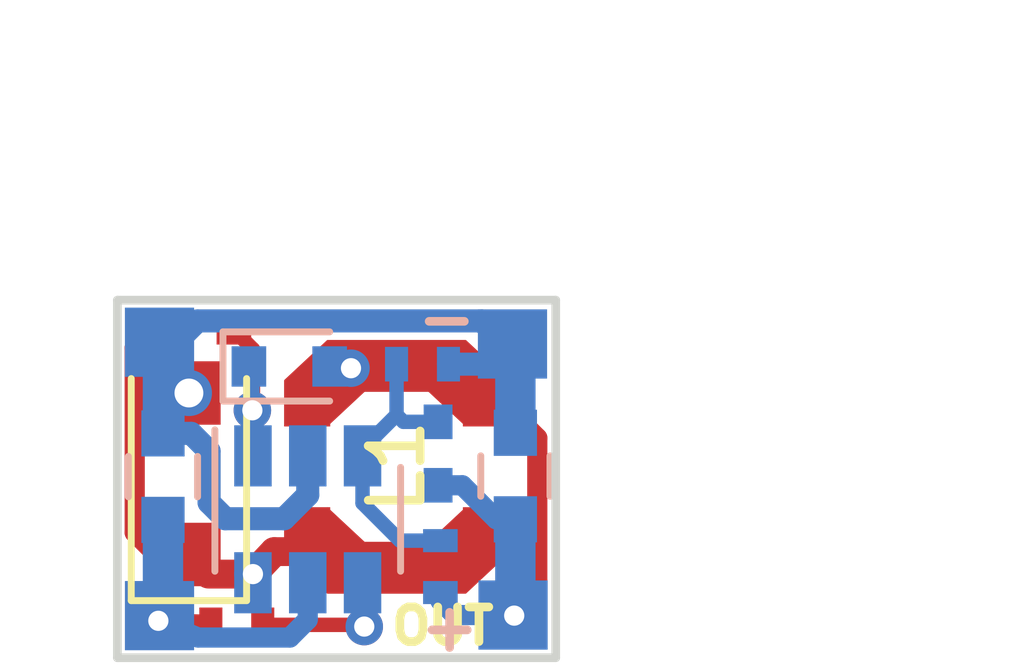
<source format=kicad_pcb>
(kicad_pcb (version 4) (host pcbnew 4.0.7)

  (general
    (links 31)
    (no_connects 0)
    (area 152.124999 102.524999 159.875001 108.875001)
    (thickness 0.8)
    (drawings 9)
    (tracks 94)
    (zones 0)
    (modules 15)
    (nets 8)
  )

  (page A4)
  (layers
    (0 F.Cu signal)
    (31 B.Cu signal)
    (32 B.Adhes user)
    (33 F.Adhes user)
    (34 B.Paste user)
    (35 F.Paste user)
    (36 B.SilkS user)
    (37 F.SilkS user)
    (38 B.Mask user)
    (39 F.Mask user)
    (40 Dwgs.User user)
    (41 Cmts.User user)
    (42 Eco1.User user)
    (43 Eco2.User user)
    (44 Edge.Cuts user)
    (45 Margin user)
    (46 B.CrtYd user)
    (47 F.CrtYd user)
    (48 B.Fab user)
    (49 F.Fab user hide)
  )

  (setup
    (last_trace_width 0.25)
    (user_trace_width 0.5)
    (user_trace_width 0.7)
    (trace_clearance 0.2)
    (zone_clearance 0.508)
    (zone_45_only no)
    (trace_min 0.25)
    (segment_width 0.2)
    (edge_width 0.15)
    (via_size 0.65)
    (via_drill 0.35)
    (via_min_size 0.4)
    (via_min_drill 0.3)
    (uvia_size 0.3)
    (uvia_drill 0.1)
    (uvias_allowed no)
    (uvia_min_size 0.2)
    (uvia_min_drill 0.1)
    (pcb_text_width 0.3)
    (pcb_text_size 1.5 1.5)
    (mod_edge_width 0.15)
    (mod_text_size 1 1)
    (mod_text_width 0.15)
    (pad_size 1.524 1.524)
    (pad_drill 0.762)
    (pad_to_mask_clearance 0.07)
    (aux_axis_origin 0 0)
    (visible_elements 7FFFFF7F)
    (pcbplotparams
      (layerselection 0x00030_80000001)
      (usegerberextensions false)
      (excludeedgelayer true)
      (linewidth 0.100000)
      (plotframeref false)
      (viasonmask false)
      (mode 1)
      (useauxorigin false)
      (hpglpennumber 1)
      (hpglpenspeed 20)
      (hpglpendiameter 15)
      (hpglpenoverlay 2)
      (psnegative false)
      (psa4output false)
      (plotreference true)
      (plotvalue true)
      (plotinvisibletext false)
      (padsonsilk false)
      (subtractmaskfromsilk false)
      (outputformat 1)
      (mirror false)
      (drillshape 1)
      (scaleselection 1)
      (outputdirectory ""))
  )

  (net 0 "")
  (net 1 GND)
  (net 2 "Net-(C2-Pad1)")
  (net 3 "Net-(C2-Pad2)")
  (net 4 "Net-(C3-Pad2)")
  (net 5 "Net-(R1-Pad2)")
  (net 6 /VIN)
  (net 7 /VOUT)

  (net_class Default "This is the default net class."
    (clearance 0.2)
    (trace_width 0.25)
    (via_dia 0.65)
    (via_drill 0.35)
    (uvia_dia 0.3)
    (uvia_drill 0.1)
    (add_net "Net-(C2-Pad1)")
    (add_net "Net-(C3-Pad2)")
    (add_net "Net-(R1-Pad2)")
  )

  (net_class GND ""
    (clearance 0.2)
    (trace_width 0.4)
    (via_dia 0.8)
    (via_drill 0.5)
    (uvia_dia 0.3)
    (uvia_drill 0.1)
    (add_net GND)
  )

  (net_class VIN ""
    (clearance 0.2)
    (trace_width 0.35)
    (via_dia 0.65)
    (via_drill 0.35)
    (uvia_dia 0.3)
    (uvia_drill 0.1)
    (add_net /VIN)
    (add_net /VOUT)
    (add_net "Net-(C2-Pad2)")
  )

  (module KiCadCustomLibs:Inductor-LPS4012 (layer F.Cu) (tedit 5AAFCCA2) (tstamp 5AABE88C)
    (at 157.04 105.49 90)
    (path /5AABE31B)
    (fp_text reference L1 (at 0 0 90) (layer F.SilkS)
      (effects (font (size 0.9 0.9) (thickness 0.15)))
    )
    (fp_text value L (at 0.2 -3 90) (layer F.Fab) hide
      (effects (font (size 1 1) (thickness 0.15)))
    )
    (pad 1 smd rect (at -1.45 1.2 43) (size 1.02 1.1) (layers F.Cu F.Paste F.Mask)
      (net 3 "Net-(C2-Pad2)"))
    (pad 2 smd rect (at 1.45 -1.2 43) (size 1.02 1.1) (layers F.Cu F.Paste F.Mask)
      (net 7 /VOUT))
    (pad 1 smd rect (at -1.45 -1.2 137) (size 1.02 1.1) (layers F.Cu F.Paste F.Mask)
      (net 3 "Net-(C2-Pad2)"))
    (pad 2 smd rect (at 1.45 1.2 137) (size 1.02 1.1) (layers F.Cu F.Paste F.Mask)
      (net 7 /VOUT))
    (pad 2 smd rect (at 1.1 1.55 90) (size 0.8 0.8) (layers F.Cu F.Paste F.Mask)
      (net 7 /VOUT))
    (pad 2 smd rect (at 1.75 0 90) (size 0.9 2.4) (layers F.Cu F.Paste F.Mask)
      (net 7 /VOUT))
    (pad 1 smd rect (at -1.75 0 90) (size 0.9 2.4) (layers F.Cu F.Paste F.Mask)
      (net 3 "Net-(C2-Pad2)"))
    (pad 1 smd rect (at -1.1 -1.55 90) (size 0.8 0.8) (layers F.Cu F.Paste F.Mask)
      (net 3 "Net-(C2-Pad2)"))
    (pad 2 smd rect (at 1.1 -1.55 90) (size 0.8 0.8) (layers F.Cu F.Paste F.Mask)
      (net 7 /VOUT))
    (pad 1 smd rect (at -1.1 1.55 90) (size 0.8 0.8) (layers F.Cu F.Paste F.Mask)
      (net 3 "Net-(C2-Pad2)"))
  )

  (module Diodes_SMD:D_SOD-523 (layer B.Cu) (tedit 5AAF9450) (tstamp 5AABE87E)
    (at 155.18 103.75)
    (descr "http://www.diodes.com/datasheets/ap02001.pdf p.144")
    (tags "Diode SOD523")
    (path /5AABE518)
    (attr smd)
    (fp_text reference D1 (at 0 1.3) (layer B.SilkS) hide
      (effects (font (size 1 1) (thickness 0.15)) (justify mirror))
    )
    (fp_text value 1N4148 (at 0 -1.4) (layer B.Fab) hide
      (effects (font (size 1 1) (thickness 0.15)) (justify mirror))
    )
    (fp_text user %R (at 0 1.3) (layer B.Fab) hide
      (effects (font (size 1 1) (thickness 0.15)) (justify mirror))
    )
    (fp_line (start -1.15 0.6) (end -1.15 -0.6) (layer B.SilkS) (width 0.12))
    (fp_line (start 1.25 0.7) (end 1.25 -0.7) (layer B.CrtYd) (width 0.05))
    (fp_line (start -1.25 0.7) (end 1.25 0.7) (layer B.CrtYd) (width 0.05))
    (fp_line (start -1.25 -0.7) (end -1.25 0.7) (layer B.CrtYd) (width 0.05))
    (fp_line (start 1.25 -0.7) (end -1.25 -0.7) (layer B.CrtYd) (width 0.05))
    (fp_line (start 0.1 0) (end 0.25 0) (layer B.Fab) (width 0.1))
    (fp_line (start 0.1 0.2) (end -0.2 0) (layer B.Fab) (width 0.1))
    (fp_line (start 0.1 -0.2) (end 0.1 0.2) (layer B.Fab) (width 0.1))
    (fp_line (start -0.2 0) (end 0.1 -0.2) (layer B.Fab) (width 0.1))
    (fp_line (start -0.2 0) (end -0.35 0) (layer B.Fab) (width 0.1))
    (fp_line (start -0.2 -0.2) (end -0.2 0.2) (layer B.Fab) (width 0.1))
    (fp_line (start 0.65 0.45) (end 0.65 -0.45) (layer B.Fab) (width 0.1))
    (fp_line (start -0.65 0.45) (end 0.65 0.45) (layer B.Fab) (width 0.1))
    (fp_line (start -0.65 -0.45) (end -0.65 0.45) (layer B.Fab) (width 0.1))
    (fp_line (start 0.65 -0.45) (end -0.65 -0.45) (layer B.Fab) (width 0.1))
    (fp_line (start 0.7 0.6) (end -1.15 0.6) (layer B.SilkS) (width 0.12))
    (fp_line (start 0.7 -0.6) (end -1.15 -0.6) (layer B.SilkS) (width 0.12))
    (pad 2 smd rect (at 0.7 0 180) (size 0.6 0.7) (layers B.Cu B.Paste B.Mask)
      (net 7 /VOUT))
    (pad 1 smd rect (at -0.7 0 180) (size 0.6 0.7) (layers B.Cu B.Paste B.Mask)
      (net 2 "Net-(C2-Pad1)"))
    (model ${KISYS3DMOD}/Diodes_SMD.3dshapes/D_SOD-523.wrl
      (at (xyz 0 0 0))
      (scale (xyz 1 1 1))
      (rotate (xyz 0 0 0))
    )
  )

  (module TO_SOT_Packages_SMD:SOT-23-6 (layer B.Cu) (tedit 5AABE326) (tstamp 5AABE8A2)
    (at 155.5 106.4 270)
    (descr "6-pin SOT-23 package")
    (tags SOT-23-6)
    (path /5AABE264)
    (attr smd)
    (fp_text reference U1 (at 0 2.9 270) (layer B.SilkS) hide
      (effects (font (size 1 1) (thickness 0.15)) (justify mirror))
    )
    (fp_text value LM2734 (at 0 -2.9 270) (layer B.Fab) hide
      (effects (font (size 1 1) (thickness 0.15)) (justify mirror))
    )
    (fp_text user %R (at 0 0 540) (layer B.Fab)
      (effects (font (size 0.5 0.5) (thickness 0.075)) (justify mirror))
    )
    (fp_line (start -0.9 -1.61) (end 0.9 -1.61) (layer B.SilkS) (width 0.12))
    (fp_line (start 0.9 1.61) (end -1.55 1.61) (layer B.SilkS) (width 0.12))
    (fp_line (start 1.9 1.8) (end -1.9 1.8) (layer B.CrtYd) (width 0.05))
    (fp_line (start 1.9 -1.8) (end 1.9 1.8) (layer B.CrtYd) (width 0.05))
    (fp_line (start -1.9 -1.8) (end 1.9 -1.8) (layer B.CrtYd) (width 0.05))
    (fp_line (start -1.9 1.8) (end -1.9 -1.8) (layer B.CrtYd) (width 0.05))
    (fp_line (start -0.9 0.9) (end -0.25 1.55) (layer B.Fab) (width 0.1))
    (fp_line (start 0.9 1.55) (end -0.25 1.55) (layer B.Fab) (width 0.1))
    (fp_line (start -0.9 0.9) (end -0.9 -1.55) (layer B.Fab) (width 0.1))
    (fp_line (start 0.9 -1.55) (end -0.9 -1.55) (layer B.Fab) (width 0.1))
    (fp_line (start 0.9 1.55) (end 0.9 -1.55) (layer B.Fab) (width 0.1))
    (pad 1 smd rect (at -1.1 0.95 270) (size 1.06 0.65) (layers B.Cu B.Paste B.Mask)
      (net 2 "Net-(C2-Pad1)"))
    (pad 2 smd rect (at -1.1 0 270) (size 1.06 0.65) (layers B.Cu B.Paste B.Mask)
      (net 1 GND))
    (pad 3 smd rect (at -1.1 -0.95 270) (size 1.06 0.65) (layers B.Cu B.Paste B.Mask)
      (net 4 "Net-(C3-Pad2)"))
    (pad 4 smd rect (at 1.1 -0.95 270) (size 1.06 0.65) (layers B.Cu B.Paste B.Mask)
      (net 5 "Net-(R1-Pad2)"))
    (pad 6 smd rect (at 1.1 0.95 270) (size 1.06 0.65) (layers B.Cu B.Paste B.Mask)
      (net 3 "Net-(C2-Pad2)"))
    (pad 5 smd rect (at 1.1 0 270) (size 1.06 0.65) (layers B.Cu B.Paste B.Mask)
      (net 6 /VIN))
    (model ${KISYS3DMOD}/TO_SOT_Packages_SMD.3dshapes/SOT-23-6.wrl
      (at (xyz 0 0 0))
      (scale (xyz 1 1 1))
      (rotate (xyz 0 0 0))
    )
  )

  (module Diodes_SMD:D_SOD-123F (layer F.Cu) (tedit 5AAFD18A) (tstamp 5AABE9A3)
    (at 153.44 105.61 90)
    (descr D_SOD-123F)
    (tags D_SOD-123F)
    (path /5AABE682)
    (attr smd)
    (fp_text reference D2 (at -0.1 0 180) (layer F.SilkS) hide
      (effects (font (size 0.9 0.9) (thickness 0.15)))
    )
    (fp_text value MBR230LSFT1G (at 0 2.1 90) (layer F.Fab) hide
      (effects (font (size 1 1) (thickness 0.15)))
    )
    (fp_text user %R (at -0.127 -1.905 90) (layer F.Fab) hide
      (effects (font (size 1 1) (thickness 0.15)))
    )
    (fp_line (start -2.2 -1) (end -2.2 1) (layer F.SilkS) (width 0.12))
    (fp_line (start 0.25 0) (end 0.75 0) (layer F.Fab) (width 0.1))
    (fp_line (start 0.25 0.4) (end -0.35 0) (layer F.Fab) (width 0.1))
    (fp_line (start 0.25 -0.4) (end 0.25 0.4) (layer F.Fab) (width 0.1))
    (fp_line (start -0.35 0) (end 0.25 -0.4) (layer F.Fab) (width 0.1))
    (fp_line (start -0.35 0) (end -0.35 0.55) (layer F.Fab) (width 0.1))
    (fp_line (start -0.35 0) (end -0.35 -0.55) (layer F.Fab) (width 0.1))
    (fp_line (start -0.75 0) (end -0.35 0) (layer F.Fab) (width 0.1))
    (fp_line (start -1.4 0.9) (end -1.4 -0.9) (layer F.Fab) (width 0.1))
    (fp_line (start 1.4 0.9) (end -1.4 0.9) (layer F.Fab) (width 0.1))
    (fp_line (start 1.4 -0.9) (end 1.4 0.9) (layer F.Fab) (width 0.1))
    (fp_line (start -1.4 -0.9) (end 1.4 -0.9) (layer F.Fab) (width 0.1))
    (fp_line (start -2.2 -1.15) (end 2.2 -1.15) (layer F.CrtYd) (width 0.05))
    (fp_line (start 2.2 -1.15) (end 2.2 1.15) (layer F.CrtYd) (width 0.05))
    (fp_line (start 2.2 1.15) (end -2.2 1.15) (layer F.CrtYd) (width 0.05))
    (fp_line (start -2.2 -1.15) (end -2.2 1.15) (layer F.CrtYd) (width 0.05))
    (fp_line (start -2.2 1) (end 1.65 1) (layer F.SilkS) (width 0.12))
    (fp_line (start -2.2 -1) (end 1.65 -1) (layer F.SilkS) (width 0.12))
    (pad 1 smd rect (at -1.4 0 90) (size 1.1 1.1) (layers F.Cu F.Paste F.Mask)
      (net 3 "Net-(C2-Pad2)"))
    (pad 2 smd rect (at 1.4 0 90) (size 1.1 1.1) (layers F.Cu F.Paste F.Mask)
      (net 1 GND))
    (model ${KISYS3DMOD}/Diodes_SMD.3dshapes/D_SOD-123F.wrl
      (at (xyz 0 0 0))
      (scale (xyz 1 1 1))
      (rotate (xyz 0 0 0))
    )
  )

  (module Capacitors_SMD:C_0603 (layer B.Cu) (tedit 5AAFD19B) (tstamp 5AAF90A7)
    (at 152.99 105.66 90)
    (descr "Capacitor SMD 0603, reflow soldering, AVX (see smccp.pdf)")
    (tags "capacitor 0603")
    (path /5AAF9338)
    (attr smd)
    (fp_text reference C1 (at 0 0.1 180) (layer B.SilkS) hide
      (effects (font (size 0.5 0.5) (thickness 0.125)) (justify mirror))
    )
    (fp_text value 10uf (at 0 -1.5 90) (layer B.Fab) hide
      (effects (font (size 1 1) (thickness 0.15)) (justify mirror))
    )
    (fp_line (start 1.4 -0.65) (end -1.4 -0.65) (layer B.CrtYd) (width 0.05))
    (fp_line (start 1.4 -0.65) (end 1.4 0.65) (layer B.CrtYd) (width 0.05))
    (fp_line (start -1.4 0.65) (end -1.4 -0.65) (layer B.CrtYd) (width 0.05))
    (fp_line (start -1.4 0.65) (end 1.4 0.65) (layer B.CrtYd) (width 0.05))
    (fp_line (start 0.35 -0.6) (end -0.35 -0.6) (layer B.SilkS) (width 0.12))
    (fp_line (start -0.35 0.6) (end 0.35 0.6) (layer B.SilkS) (width 0.12))
    (fp_line (start -0.8 0.4) (end 0.8 0.4) (layer B.Fab) (width 0.1))
    (fp_line (start 0.8 0.4) (end 0.8 -0.4) (layer B.Fab) (width 0.1))
    (fp_line (start 0.8 -0.4) (end -0.8 -0.4) (layer B.Fab) (width 0.1))
    (fp_line (start -0.8 -0.4) (end -0.8 0.4) (layer B.Fab) (width 0.1))
    (fp_text user %R (at 0 0 90) (layer B.Fab)
      (effects (font (size 0.3 0.3) (thickness 0.075)) (justify mirror))
    )
    (pad 2 smd rect (at 0.75 0 90) (size 0.8 0.75) (layers B.Cu B.Paste B.Mask)
      (net 1 GND))
    (pad 1 smd rect (at -0.75 0 90) (size 0.8 0.75) (layers B.Cu B.Paste B.Mask)
      (net 6 /VIN))
    (model Capacitors_SMD.3dshapes/C_0603.wrl
      (at (xyz 0 0 0))
      (scale (xyz 1 1 1))
      (rotate (xyz 0 0 0))
    )
  )

  (module Capacitors_SMD:C_0402_NoSilk (layer F.Cu) (tedit 5AAFCD65) (tstamp 5AAF90B6)
    (at 153.67 103.12 180)
    (descr "Capacitor SMD 0402, reflow soldering, AVX (see smccp.pdf)")
    (tags "capacitor 0402")
    (path /5AAF8AB1)
    (attr smd)
    (fp_text reference C2 (at 0 -1.27 180) (layer F.SilkS) hide
      (effects (font (size 1 1) (thickness 0.15)))
    )
    (fp_text value 10n (at 0 1.27 180) (layer F.Fab) hide
      (effects (font (size 1 1) (thickness 0.15)))
    )
    (fp_text user %R (at 0 -1.27 180) (layer F.Fab) hide
      (effects (font (size 1 1) (thickness 0.15)))
    )
    (fp_line (start -0.5 0.25) (end -0.5 -0.25) (layer F.Fab) (width 0.1))
    (fp_line (start 0.5 0.25) (end -0.5 0.25) (layer F.Fab) (width 0.1))
    (fp_line (start 0.5 -0.25) (end 0.5 0.25) (layer F.Fab) (width 0.1))
    (fp_line (start -0.5 -0.25) (end 0.5 -0.25) (layer F.Fab) (width 0.1))
    (fp_line (start -1 -0.4) (end 1 -0.4) (layer F.CrtYd) (width 0.05))
    (fp_line (start -1 -0.4) (end -1 0.4) (layer F.CrtYd) (width 0.05))
    (fp_line (start 1 0.4) (end 1 -0.4) (layer F.CrtYd) (width 0.05))
    (fp_line (start 1 0.4) (end -1 0.4) (layer F.CrtYd) (width 0.05))
    (pad 1 smd rect (at -0.55 0 180) (size 0.6 0.5) (layers F.Cu F.Paste F.Mask)
      (net 2 "Net-(C2-Pad1)"))
    (pad 2 smd rect (at 0.55 0 180) (size 0.6 0.5) (layers F.Cu F.Paste F.Mask)
      (net 3 "Net-(C2-Pad2)"))
    (model Capacitors_SMD.3dshapes/C_0402.wrl
      (at (xyz 0 0 0))
      (scale (xyz 1 1 1))
      (rotate (xyz 0 0 0))
    )
  )

  (module Capacitors_SMD:C_0402_NoSilk (layer B.Cu) (tedit 5AAF942C) (tstamp 5AAF90C5)
    (at 157.76 105.26 90)
    (descr "Capacitor SMD 0402, reflow soldering, AVX (see smccp.pdf)")
    (tags "capacitor 0402")
    (path /5AAF9136)
    (attr smd)
    (fp_text reference C3 (at 0 1.27 90) (layer B.SilkS) hide
      (effects (font (size 1 1) (thickness 0.15)) (justify mirror))
    )
    (fp_text value 1n (at 0 -1.27 90) (layer B.Fab) hide
      (effects (font (size 1 1) (thickness 0.15)) (justify mirror))
    )
    (fp_text user %R (at 0 1.27 90) (layer B.Fab) hide
      (effects (font (size 1 1) (thickness 0.15)) (justify mirror))
    )
    (fp_line (start -0.5 -0.25) (end -0.5 0.25) (layer B.Fab) (width 0.1))
    (fp_line (start 0.5 -0.25) (end -0.5 -0.25) (layer B.Fab) (width 0.1))
    (fp_line (start 0.5 0.25) (end 0.5 -0.25) (layer B.Fab) (width 0.1))
    (fp_line (start -0.5 0.25) (end 0.5 0.25) (layer B.Fab) (width 0.1))
    (fp_line (start -1 0.4) (end 1 0.4) (layer B.CrtYd) (width 0.05))
    (fp_line (start -1 0.4) (end -1 -0.4) (layer B.CrtYd) (width 0.05))
    (fp_line (start 1 -0.4) (end 1 0.4) (layer B.CrtYd) (width 0.05))
    (fp_line (start 1 -0.4) (end -1 -0.4) (layer B.CrtYd) (width 0.05))
    (pad 1 smd rect (at -0.55 0 90) (size 0.6 0.5) (layers B.Cu B.Paste B.Mask)
      (net 7 /VOUT))
    (pad 2 smd rect (at 0.55 0 90) (size 0.6 0.5) (layers B.Cu B.Paste B.Mask)
      (net 4 "Net-(C3-Pad2)"))
    (model Capacitors_SMD.3dshapes/C_0402.wrl
      (at (xyz 0 0 0))
      (scale (xyz 1 1 1))
      (rotate (xyz 0 0 0))
    )
  )

  (module Capacitors_SMD:C_0603 (layer B.Cu) (tedit 5AAF9320) (tstamp 5AAF90D6)
    (at 159.1 105.65 90)
    (descr "Capacitor SMD 0603, reflow soldering, AVX (see smccp.pdf)")
    (tags "capacitor 0603")
    (path /5AAF93D5)
    (attr smd)
    (fp_text reference C4 (at 0 1.5 90) (layer B.SilkS) hide
      (effects (font (size 1 1) (thickness 0.15)) (justify mirror))
    )
    (fp_text value 22uf (at 0 -1.5 90) (layer B.Fab) hide
      (effects (font (size 1 1) (thickness 0.15)) (justify mirror))
    )
    (fp_line (start 1.4 -0.65) (end -1.4 -0.65) (layer B.CrtYd) (width 0.05))
    (fp_line (start 1.4 -0.65) (end 1.4 0.65) (layer B.CrtYd) (width 0.05))
    (fp_line (start -1.4 0.65) (end -1.4 -0.65) (layer B.CrtYd) (width 0.05))
    (fp_line (start -1.4 0.65) (end 1.4 0.65) (layer B.CrtYd) (width 0.05))
    (fp_line (start 0.35 -0.6) (end -0.35 -0.6) (layer B.SilkS) (width 0.12))
    (fp_line (start -0.35 0.6) (end 0.35 0.6) (layer B.SilkS) (width 0.12))
    (fp_line (start -0.8 0.4) (end 0.8 0.4) (layer B.Fab) (width 0.1))
    (fp_line (start 0.8 0.4) (end 0.8 -0.4) (layer B.Fab) (width 0.1))
    (fp_line (start 0.8 -0.4) (end -0.8 -0.4) (layer B.Fab) (width 0.1))
    (fp_line (start -0.8 -0.4) (end -0.8 0.4) (layer B.Fab) (width 0.1))
    (fp_text user %R (at 0 0 90) (layer B.Fab)
      (effects (font (size 0.3 0.3) (thickness 0.075)) (justify mirror))
    )
    (pad 2 smd rect (at 0.75 0 90) (size 0.8 0.75) (layers B.Cu B.Paste B.Mask)
      (net 1 GND))
    (pad 1 smd rect (at -0.75 0 90) (size 0.8 0.75) (layers B.Cu B.Paste B.Mask)
      (net 7 /VOUT))
    (model Capacitors_SMD.3dshapes/C_0603.wrl
      (at (xyz 0 0 0))
      (scale (xyz 1 1 1))
      (rotate (xyz 0 0 0))
    )
  )

  (module KiCadCustomLibs:ESC_PWR_PAD (layer B.Cu) (tedit 59AD59DE) (tstamp 5AAF90DB)
    (at 152.93 108.07)
    (path /5AAF9B23)
    (fp_text reference J1 (at 0 -1.6) (layer B.SilkS) hide
      (effects (font (size 1 1) (thickness 0.15)) (justify mirror))
    )
    (fp_text value V_IN (at -0.1 1.6) (layer B.Fab) hide
      (effects (font (size 1 1) (thickness 0.15)) (justify mirror))
    )
    (pad 1 smd rect (at 0 0) (size 1.2 1.2) (layers B.Cu B.Paste B.Mask)
      (net 6 /VIN))
  )

  (module KiCadCustomLibs:ESC_PWR_PAD (layer B.Cu) (tedit 59AD59DE) (tstamp 5AAF90E0)
    (at 152.93 103.33)
    (path /5AAF9980)
    (fp_text reference J2 (at 0 -1.6) (layer B.SilkS) hide
      (effects (font (size 1 1) (thickness 0.15)) (justify mirror))
    )
    (fp_text value GND_IN (at -0.1 1.6) (layer B.Fab) hide
      (effects (font (size 1 1) (thickness 0.15)) (justify mirror))
    )
    (pad 1 smd rect (at 0 0) (size 1.2 1.2) (layers B.Cu B.Paste B.Mask)
      (net 1 GND))
  )

  (module KiCadCustomLibs:ESC_PWR_PAD (layer B.Cu) (tedit 59AD59DE) (tstamp 5AAF90E5)
    (at 159.06 108.06)
    (path /5AAF9745)
    (fp_text reference J3 (at 0 -1.6) (layer B.SilkS) hide
      (effects (font (size 1 1) (thickness 0.15)) (justify mirror))
    )
    (fp_text value V_OUT (at -0.1 1.6) (layer B.Fab) hide
      (effects (font (size 1 1) (thickness 0.15)) (justify mirror))
    )
    (pad 1 smd rect (at 0 0) (size 1.2 1.2) (layers B.Cu B.Paste B.Mask)
      (net 7 /VOUT))
  )

  (module KiCadCustomLibs:ESC_PWR_PAD (layer B.Cu) (tedit 59AD59DE) (tstamp 5AAF90EA)
    (at 159.05 103.36)
    (path /5AAF97FD)
    (fp_text reference J4 (at 0 -1.6) (layer B.SilkS) hide
      (effects (font (size 1 1) (thickness 0.15)) (justify mirror))
    )
    (fp_text value GND_OUT (at -0.1 1.6) (layer B.Fab) hide
      (effects (font (size 1 1) (thickness 0.15)) (justify mirror))
    )
    (pad 1 smd rect (at 0 0) (size 1.2 1.2) (layers B.Cu B.Paste B.Mask)
      (net 1 GND))
  )

  (module Resistors_SMD:R_0402_NoSilk (layer F.Cu) (tedit 5AAF92D7) (tstamp 5AAF90F9)
    (at 154.27 108.23)
    (descr "Resistor SMD 0402, reflow soldering, Vishay (see dcrcw.pdf)")
    (tags "resistor 0402")
    (path /5AAF8BD5)
    (attr smd)
    (fp_text reference R1 (at 0 -1.2) (layer F.SilkS) hide
      (effects (font (size 1 1) (thickness 0.15)))
    )
    (fp_text value 100K (at 0 1.25) (layer F.Fab) hide
      (effects (font (size 1 1) (thickness 0.15)))
    )
    (fp_text user %R (at 0 -1.2) (layer F.Fab) hide
      (effects (font (size 1 1) (thickness 0.15)))
    )
    (fp_line (start -0.5 0.25) (end -0.5 -0.25) (layer F.Fab) (width 0.1))
    (fp_line (start 0.5 0.25) (end -0.5 0.25) (layer F.Fab) (width 0.1))
    (fp_line (start 0.5 -0.25) (end 0.5 0.25) (layer F.Fab) (width 0.1))
    (fp_line (start -0.5 -0.25) (end 0.5 -0.25) (layer F.Fab) (width 0.1))
    (fp_line (start -0.8 -0.45) (end 0.8 -0.45) (layer F.CrtYd) (width 0.05))
    (fp_line (start -0.8 -0.45) (end -0.8 0.45) (layer F.CrtYd) (width 0.05))
    (fp_line (start 0.8 0.45) (end 0.8 -0.45) (layer F.CrtYd) (width 0.05))
    (fp_line (start 0.8 0.45) (end -0.8 0.45) (layer F.CrtYd) (width 0.05))
    (pad 1 smd rect (at -0.45 0) (size 0.4 0.6) (layers F.Cu F.Paste F.Mask)
      (net 6 /VIN))
    (pad 2 smd rect (at 0.45 0) (size 0.4 0.6) (layers F.Cu F.Paste F.Mask)
      (net 5 "Net-(R1-Pad2)"))
    (model ${KISYS3DMOD}/Resistors_SMD.3dshapes/R_0402.wrl
      (at (xyz 0 0 0))
      (scale (xyz 1 1 1))
      (rotate (xyz 0 0 0))
    )
  )

  (module Resistors_SMD:R_0402_NoSilk (layer B.Cu) (tedit 5AAFD183) (tstamp 5AAF9108)
    (at 157.8 107.22 90)
    (descr "Resistor SMD 0402, reflow soldering, Vishay (see dcrcw.pdf)")
    (tags "resistor 0402")
    (path /5AAF8E93)
    (attr smd)
    (fp_text reference R2 (at 4 6.8 90) (layer B.SilkS) hide
      (effects (font (size 1 1) (thickness 0.15)) (justify mirror))
    )
    (fp_text value 1% (at 0 -1.25 90) (layer B.Fab) hide
      (effects (font (size 1 1) (thickness 0.15)) (justify mirror))
    )
    (fp_text user %R (at -3.7 0.05 90) (layer B.Fab) hide
      (effects (font (size 1 1) (thickness 0.15)) (justify mirror))
    )
    (fp_line (start -0.5 -0.25) (end -0.5 0.25) (layer B.Fab) (width 0.1))
    (fp_line (start 0.5 -0.25) (end -0.5 -0.25) (layer B.Fab) (width 0.1))
    (fp_line (start 0.5 0.25) (end 0.5 -0.25) (layer B.Fab) (width 0.1))
    (fp_line (start -0.5 0.25) (end 0.5 0.25) (layer B.Fab) (width 0.1))
    (fp_line (start -0.8 0.45) (end 0.8 0.45) (layer B.CrtYd) (width 0.05))
    (fp_line (start -0.8 0.45) (end -0.8 -0.45) (layer B.CrtYd) (width 0.05))
    (fp_line (start 0.8 -0.45) (end 0.8 0.45) (layer B.CrtYd) (width 0.05))
    (fp_line (start 0.8 -0.45) (end -0.8 -0.45) (layer B.CrtYd) (width 0.05))
    (pad 1 smd rect (at -0.45 0 90) (size 0.4 0.6) (layers B.Cu B.Paste B.Mask)
      (net 7 /VOUT))
    (pad 2 smd rect (at 0.45 0 90) (size 0.4 0.6) (layers B.Cu B.Paste B.Mask)
      (net 4 "Net-(C3-Pad2)"))
    (model ${KISYS3DMOD}/Resistors_SMD.3dshapes/R_0402.wrl
      (at (xyz 0 0 0))
      (scale (xyz 1 1 1))
      (rotate (xyz 0 0 0))
    )
  )

  (module Resistors_SMD:R_0402_NoSilk (layer B.Cu) (tedit 5AAFD181) (tstamp 5AAF9117)
    (at 157.49 103.71)
    (descr "Resistor SMD 0402, reflow soldering, Vishay (see dcrcw.pdf)")
    (tags "resistor 0402")
    (path /5AAF8F98)
    (attr smd)
    (fp_text reference R3 (at 5.25 -0.75) (layer B.SilkS) hide
      (effects (font (size 1 1) (thickness 0.15)) (justify mirror))
    )
    (fp_text value 1% (at 0 -1.25) (layer B.Fab) hide
      (effects (font (size 1 1) (thickness 0.15)) (justify mirror))
    )
    (fp_text user %R (at 3.85 -0.4) (layer B.Fab) hide
      (effects (font (size 1 1) (thickness 0.15)) (justify mirror))
    )
    (fp_line (start -0.5 -0.25) (end -0.5 0.25) (layer B.Fab) (width 0.1))
    (fp_line (start 0.5 -0.25) (end -0.5 -0.25) (layer B.Fab) (width 0.1))
    (fp_line (start 0.5 0.25) (end 0.5 -0.25) (layer B.Fab) (width 0.1))
    (fp_line (start -0.5 0.25) (end 0.5 0.25) (layer B.Fab) (width 0.1))
    (fp_line (start -0.8 0.45) (end 0.8 0.45) (layer B.CrtYd) (width 0.05))
    (fp_line (start -0.8 0.45) (end -0.8 -0.45) (layer B.CrtYd) (width 0.05))
    (fp_line (start 0.8 -0.45) (end 0.8 0.45) (layer B.CrtYd) (width 0.05))
    (fp_line (start 0.8 -0.45) (end -0.8 -0.45) (layer B.CrtYd) (width 0.05))
    (pad 1 smd rect (at -0.45 0) (size 0.4 0.6) (layers B.Cu B.Paste B.Mask)
      (net 4 "Net-(C3-Pad2)"))
    (pad 2 smd rect (at 0.45 0) (size 0.4 0.6) (layers B.Cu B.Paste B.Mask)
      (net 1 GND))
    (model ${KISYS3DMOD}/Resistors_SMD.3dshapes/R_0402.wrl
      (at (xyz 0 0 0))
      (scale (xyz 1 1 1))
      (rotate (xyz 0 0 0))
    )
  )

  (gr_text + (at 157.96 108.26) (layer B.SilkS)
    (effects (font (size 0.8 0.8) (thickness 0.15)) (justify mirror))
  )
  (gr_text - (at 157.91 102.91) (layer B.SilkS)
    (effects (font (size 0.8 0.8) (thickness 0.15)) (justify mirror))
  )
  (gr_text "OUT\n" (at 157.84 108.25) (layer F.SilkS)
    (effects (font (size 0.6 0.6) (thickness 0.15)))
  )
  (dimension 6.2 (width 0.3) (layer Dwgs.User)
    (gr_text "6,200 mm" (at 165.25 105.7 270) (layer Dwgs.User)
      (effects (font (size 1.5 1.5) (thickness 0.3)))
    )
    (feature1 (pts (xy 159.8 108.8) (xy 166.6 108.8)))
    (feature2 (pts (xy 159.8 102.6) (xy 166.6 102.6)))
    (crossbar (pts (xy 163.9 102.6) (xy 163.9 108.8)))
    (arrow1a (pts (xy 163.9 108.8) (xy 163.313579 107.673496)))
    (arrow1b (pts (xy 163.9 108.8) (xy 164.486421 107.673496)))
    (arrow2a (pts (xy 163.9 102.6) (xy 163.313579 103.726504)))
    (arrow2b (pts (xy 163.9 102.6) (xy 164.486421 103.726504)))
  )
  (dimension 7.6 (width 0.3) (layer Dwgs.User)
    (gr_text "7,600 mm" (at 156 99.25) (layer Dwgs.User)
      (effects (font (size 1.5 1.5) (thickness 0.3)))
    )
    (feature1 (pts (xy 152.2 102.6) (xy 152.2 97.9)))
    (feature2 (pts (xy 159.8 102.6) (xy 159.8 97.9)))
    (crossbar (pts (xy 159.8 100.6) (xy 152.2 100.6)))
    (arrow1a (pts (xy 152.2 100.6) (xy 153.326504 100.013579)))
    (arrow1b (pts (xy 152.2 100.6) (xy 153.326504 101.186421)))
    (arrow2a (pts (xy 159.8 100.6) (xy 158.673496 100.013579)))
    (arrow2b (pts (xy 159.8 100.6) (xy 158.673496 101.186421)))
  )
  (gr_line (start 152.2 102.6) (end 152.2 108.8) (angle 90) (layer Edge.Cuts) (width 0.15))
  (gr_line (start 159.8 102.6) (end 152.2 102.6) (angle 90) (layer Edge.Cuts) (width 0.15))
  (gr_line (start 159.8 108.8) (end 159.8 102.6) (angle 90) (layer Edge.Cuts) (width 0.15))
  (gr_line (start 152.2 108.8) (end 159.8 108.8) (angle 90) (layer Edge.Cuts) (width 0.15))

  (segment (start 157.94 103.71) (end 158.7 103.71) (width 0.4) (layer B.Cu) (net 1))
  (segment (start 158.7 103.71) (end 159.05 103.36) (width 0.4) (layer B.Cu) (net 1) (tstamp 5AAFD5C9))
  (segment (start 159.1 104.9) (end 159.1 103.41) (width 0.7) (layer B.Cu) (net 1))
  (segment (start 159.1 103.41) (end 159.05 103.36) (width 0.7) (layer B.Cu) (net 1) (tstamp 5AAFD374))
  (segment (start 152.99 104.91) (end 152.99 103.56) (width 0.7) (layer B.Cu) (net 1))
  (segment (start 152.99 103.56) (end 153.05 103.5) (width 0.4) (layer B.Cu) (net 1) (tstamp 5AAFD0B0))
  (segment (start 153.05 103.5) (end 153.05 103.82) (width 0.4) (layer B.Cu) (net 1))
  (segment (start 153.05 103.82) (end 153.44 104.21) (width 0.4) (layer B.Cu) (net 1) (tstamp 5AAFD0AD))
  (segment (start 153.44 104.21) (end 152.99 104.66) (width 0.4) (layer B.Cu) (net 1) (tstamp 5AAFD0A9))
  (via (at 153.44 104.21) (size 0.8) (drill 0.5) (layers F.Cu B.Cu) (net 1))
  (segment (start 152.99 104.66) (end 152.99 104.91) (width 0.4) (layer B.Cu) (net 1) (tstamp 5AAFD0AA))
  (segment (start 159.05 104.85) (end 159.1 104.9) (width 0.4) (layer B.Cu) (net 1) (tstamp 5AAFD05E))
  (segment (start 155.5 105.3) (end 155.5 105.98) (width 0.4) (layer B.Cu) (net 1))
  (segment (start 153.48 104.91) (end 152.99 104.91) (width 0.4) (layer B.Cu) (net 1) (tstamp 5AAFCAF0))
  (segment (start 153.79 105.22) (end 153.48 104.91) (width 0.4) (layer B.Cu) (net 1) (tstamp 5AAFCAEF))
  (segment (start 153.79 106.11) (end 153.79 105.22) (width 0.4) (layer B.Cu) (net 1) (tstamp 5AAFCAEE))
  (segment (start 154.07 106.39) (end 153.79 106.11) (width 0.4) (layer B.Cu) (net 1) (tstamp 5AAFCAED))
  (segment (start 155.09 106.39) (end 154.07 106.39) (width 0.4) (layer B.Cu) (net 1) (tstamp 5AAFCAEC))
  (segment (start 155.5 105.98) (end 155.09 106.39) (width 0.4) (layer B.Cu) (net 1) (tstamp 5AAFCAEB))
  (segment (start 159.05 104.85) (end 159.1 104.9) (width 0.4) (layer B.Cu) (net 1) (tstamp 5AAFCA27))
  (segment (start 159.05 103.5) (end 159.05 103.49) (width 0.4) (layer B.Cu) (net 1))
  (segment (start 159.05 103.49) (end 158.52 102.96) (width 0.4) (layer B.Cu) (net 1) (tstamp 5AAFC9DE))
  (segment (start 158.52 102.96) (end 153.59 102.96) (width 0.4) (layer B.Cu) (net 1) (tstamp 5AAFC9E2))
  (segment (start 153.59 102.96) (end 153.05 103.5) (width 0.4) (layer B.Cu) (net 1) (tstamp 5AAFC9E7))
  (segment (start 154.54 104.51) (end 154.54 103.89) (width 0.25) (layer B.Cu) (net 2) (status 20))
  (segment (start 154.54 103.89) (end 154.65 103.78) (width 0.25) (layer B.Cu) (net 2) (tstamp 5AAFD013) (status 30))
  (segment (start 154.55 105.3) (end 154.55 104.52) (width 0.25) (layer B.Cu) (net 2))
  (segment (start 154.55 103.45) (end 154.22 103.12) (width 0.25) (layer F.Cu) (net 2) (tstamp 5AAFD00F))
  (segment (start 154.55 104.5) (end 154.55 103.45) (width 0.25) (layer F.Cu) (net 2) (tstamp 5AAFD00B))
  (segment (start 154.54 104.51) (end 154.55 104.5) (width 0.25) (layer F.Cu) (net 2) (tstamp 5AAFD00A))
  (via (at 154.54 104.51) (size 0.65) (drill 0.35) (layers F.Cu B.Cu) (net 2))
  (segment (start 154.55 104.52) (end 154.54 104.51) (width 0.25) (layer B.Cu) (net 2) (tstamp 5AAFCFF6))
  (segment (start 153.44 107.01) (end 152.88 107.01) (width 0.35) (layer F.Cu) (net 3))
  (segment (start 152.81 103.12) (end 153.12 103.12) (width 0.35) (layer F.Cu) (net 3) (tstamp 5AAFCFBF))
  (segment (start 152.5 103.43) (end 152.81 103.12) (width 0.35) (layer F.Cu) (net 3) (tstamp 5AAFCFBE))
  (segment (start 152.5 106.63) (end 152.5 103.43) (width 0.35) (layer F.Cu) (net 3) (tstamp 5AAFCFBD))
  (segment (start 152.88 107.01) (end 152.5 106.63) (width 0.35) (layer F.Cu) (net 3) (tstamp 5AAFCFBC))
  (segment (start 154.55 107.35) (end 153.78 107.35) (width 0.5) (layer F.Cu) (net 3))
  (segment (start 153.78 107.35) (end 153.44 107.01) (width 0.35) (layer F.Cu) (net 3) (tstamp 5AAFCFB9))
  (segment (start 156.22 106.96) (end 154.92 106.96) (width 0.5) (layer F.Cu) (net 3))
  (segment (start 154.55 107.35) (end 154.59 107.39) (width 0.25) (layer B.Cu) (net 3) (tstamp 5AAFCD4A))
  (via (at 154.55 107.35) (size 0.65) (drill 0.35) (layers F.Cu B.Cu) (net 3))
  (segment (start 154.92 106.96) (end 154.55 107.35) (width 0.5) (layer F.Cu) (net 3) (tstamp 5AAFCD48))
  (segment (start 154.59 107.39) (end 154.59 107.59) (width 0.25) (layer B.Cu) (net 3) (tstamp 5AAFCD4B))
  (segment (start 154.59 107.59) (end 154.49 107.59) (width 0.25) (layer B.Cu) (net 3))
  (segment (start 157.76 104.71) (end 157.16 104.71) (width 0.25) (layer B.Cu) (net 4) (status 10))
  (segment (start 157.16 104.71) (end 157.04 104.59) (width 0.25) (layer B.Cu) (net 4) (tstamp 5AAFD61C))
  (segment (start 156.45 105.3) (end 156.45 105.18) (width 0.25) (layer B.Cu) (net 4))
  (segment (start 156.45 105.18) (end 157.04 104.59) (width 0.25) (layer B.Cu) (net 4) (tstamp 5AAFD617))
  (segment (start 157.04 104.59) (end 157.04 103.71) (width 0.25) (layer B.Cu) (net 4) (tstamp 5AAFD619))
  (segment (start 157.8 106.77) (end 157.1 106.77) (width 0.25) (layer B.Cu) (net 4))
  (segment (start 156.45 106.12) (end 156.45 105.3) (width 0.25) (layer B.Cu) (net 4) (tstamp 5AAFD60B))
  (segment (start 157.1 106.77) (end 156.45 106.12) (width 0.25) (layer B.Cu) (net 4) (tstamp 5AAFD60A))
  (segment (start 157.07 103.74) (end 157.04 103.71) (width 0.25) (layer B.Cu) (net 4) (tstamp 5AAFD5D1))
  (segment (start 156.45 105.3) (end 156.55 105.3) (width 0.25) (layer B.Cu) (net 4))
  (segment (start 156.45 105.3) (end 156.48 105.3) (width 0.25) (layer B.Cu) (net 4))
  (segment (start 156.45 107.5) (end 156.45 108.23) (width 0.25) (layer B.Cu) (net 5))
  (segment (start 156.45 108.23) (end 156.48 108.26) (width 0.25) (layer B.Cu) (net 5) (tstamp 5AAFCBBC))
  (via (at 156.48 108.26) (size 0.65) (drill 0.35) (layers F.Cu B.Cu) (net 5))
  (segment (start 156.48 108.26) (end 156.45 108.23) (width 0.25) (layer F.Cu) (net 5) (tstamp 5AAFCBC2))
  (segment (start 156.45 108.23) (end 154.72 108.23) (width 0.25) (layer F.Cu) (net 5) (tstamp 5AAFCBC3) (status 20))
  (segment (start 152.99 106.41) (end 152.99 108.01) (width 0.7) (layer B.Cu) (net 6))
  (segment (start 152.99 108.01) (end 152.93 108.07) (width 0.35) (layer B.Cu) (net 6) (tstamp 5AAFD2F6))
  (segment (start 153.1 106.52) (end 152.99 106.41) (width 0.35) (layer B.Cu) (net 6) (tstamp 5AAFCEA3))
  (via (at 152.91 108.16) (size 0.65) (drill 0.35) (layers F.Cu B.Cu) (net 6))
  (segment (start 153.6 108.45) (end 152.91 108.16) (width 0.35) (layer B.Cu) (net 6) (tstamp 5AAFCC45))
  (segment (start 153.19 108.21) (end 153.82 108.23) (width 0.35) (layer F.Cu) (net 6) (tstamp 5AAFCC4B) (status 20))
  (segment (start 152.91 108.16) (end 153.19 108.21) (width 0.35) (layer F.Cu) (net 6) (tstamp 5AAFCC4A))
  (segment (start 155.5 107.5) (end 155.5 108.14) (width 0.35) (layer B.Cu) (net 6))
  (segment (start 155.19 108.45) (end 153.6 108.45) (width 0.35) (layer B.Cu) (net 6) (tstamp 5AAFCC43))
  (segment (start 155.5 108.14) (end 155.19 108.45) (width 0.35) (layer B.Cu) (net 6) (tstamp 5AAFCC41))
  (segment (start 155.57 107.77) (end 155.57 107.645) (width 0.25) (layer B.Cu) (net 6) (tstamp 5AAFC447))
  (segment (start 156.25 103.78) (end 156.15 103.78) (width 0.35) (layer B.Cu) (net 7) (status 30))
  (segment (start 156.15 103.78) (end 156.25 103.78) (width 0.35) (layer B.Cu) (net 7) (tstamp 5AAFD7CA) (status 30))
  (via (at 156.25 103.78) (size 0.65) (drill 0.35) (layers F.Cu B.Cu) (net 7) (status 30))
  (segment (start 156.25 103.9) (end 156.44 103.71) (width 0.35) (layer F.Cu) (net 7) (tstamp 5AAFD7DE))
  (segment (start 156.44 103.71) (end 156.47 103.71) (width 0.35) (layer F.Cu) (net 7) (tstamp 5AAFD7DF))
  (segment (start 157.76 105.81) (end 158.18 105.81) (width 0.35) (layer B.Cu) (net 7) (status 10))
  (segment (start 158.18 105.81) (end 158.77 106.4) (width 0.35) (layer B.Cu) (net 7) (tstamp 5AAFD611))
  (segment (start 158.77 106.4) (end 159.1 106.4) (width 0.35) (layer B.Cu) (net 7) (tstamp 5AAFD614))
  (segment (start 159.06 108.06) (end 158.05 108.06) (width 0.35) (layer B.Cu) (net 7))
  (segment (start 158.05 108.06) (end 157.8 107.81) (width 0.35) (layer B.Cu) (net 7) (tstamp 5AAFD605))
  (segment (start 157.8 107.81) (end 157.8 107.67) (width 0.35) (layer B.Cu) (net 7) (tstamp 5AAFD606))
  (segment (start 159.1 106.4) (end 159.1 108.02) (width 0.7) (layer B.Cu) (net 7))
  (segment (start 159.1 108.02) (end 159.06 108.06) (width 0.7) (layer B.Cu) (net 7) (tstamp 5AAFD36D))
  (segment (start 159.06 106.44) (end 159.1 106.4) (width 0.35) (layer B.Cu) (net 7) (tstamp 5AAFD2D8))
  (segment (start 158.72 104.23) (end 159.48 104.99) (width 0.35) (layer F.Cu) (net 7) (tstamp 5AAFD037))
  (segment (start 159.48 104.99) (end 159.48 107.48) (width 0.35) (layer F.Cu) (net 7) (tstamp 5AAFD03A))
  (segment (start 159.48 107.48) (end 159.08 108.07) (width 0.35) (layer F.Cu) (net 7) (tstamp 5AAFD03F))
  (via (at 159.08 108.07) (size 0.65) (drill 0.35) (layers F.Cu B.Cu) (net 7))
  (segment (start 159.08 108.07) (end 158.99 108.16) (width 0.35) (layer B.Cu) (net 7) (tstamp 5AAFD042))
  (segment (start 158.99 108.16) (end 158.98 108.16) (width 0.35) (layer B.Cu) (net 7) (tstamp 5AAFD043))
  (segment (start 158.855 108.285) (end 158.98 108.16) (width 0.25) (layer B.Cu) (net 7) (tstamp 5AAFCA2F))
  (segment (start 159.05 106.45) (end 159.1 106.4) (width 0.25) (layer B.Cu) (net 7) (tstamp 5AAFCA2B))

)

</source>
